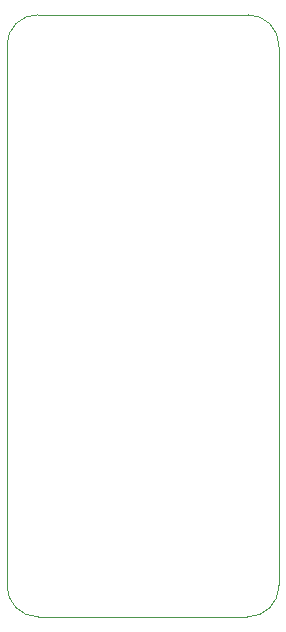
<source format=gbr>
%TF.GenerationSoftware,Altium Limited,Altium Designer,20.0.10 (225)*%
G04 Layer_Color=0*
%FSLAX26Y26*%
%MOIN*%
%TF.FileFunction,Profile,NP*%
%TF.Part,Single*%
G01*
G75*
%TA.AperFunction,Profile*%
%ADD97C,0.001000*%
D97*
X203405Y297240D02*
G02*
X203725Y298524I2967J-59D01*
G01*
X203725Y2095825D01*
D02*
G02*
X203391Y2097193I2634J1368D01*
G01*
D02*
G02*
X306810Y2198564I101391J0D01*
G01*
D02*
G02*
X307090Y2198545I-59J-2967D01*
G01*
X1006756D01*
Y2198546D01*
D02*
G02*
X1110128Y2095173I0J-103372D01*
G01*
D02*
G02*
X1110108Y2093106I-103372J0D01*
G01*
D02*
G02*
X1109268Y2091096I-2967J59D01*
G01*
X1109786Y296557D01*
D02*
G02*
X1110128Y295173I-2626J-1383D01*
G01*
D02*
G02*
X1004689Y191822I-103372J0D01*
G01*
D02*
G02*
X1003288Y192206I59J2967D01*
G01*
X308252D01*
D02*
G02*
X306756Y191801I-1496J2564D01*
G01*
D02*
G02*
X203405Y297240I0J103372D01*
G01*
%TF.MD5,50cef1962d61e039775ac3d2b714ed87*%
M02*

</source>
